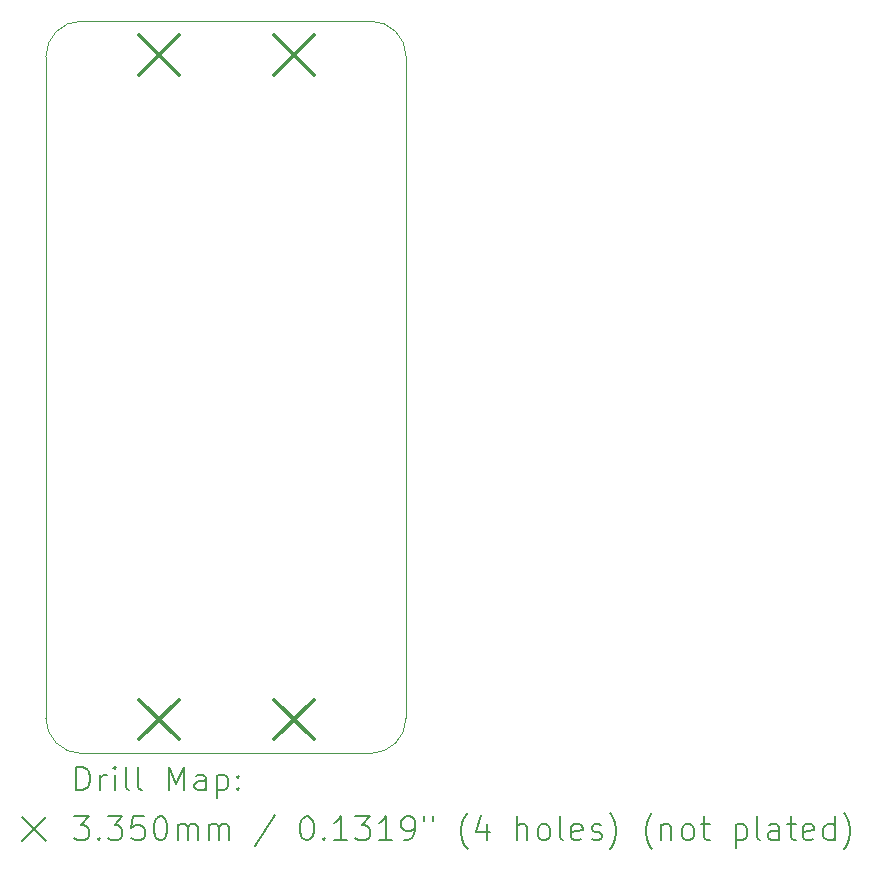
<source format=gbr>
%TF.GenerationSoftware,KiCad,Pcbnew,8.0.1-8.0.1-1~ubuntu22.04.1*%
%TF.CreationDate,2024-04-03T01:56:04-04:00*%
%TF.ProjectId,esp32_rover_devkit,65737033-325f-4726-9f76-65725f646576,rev?*%
%TF.SameCoordinates,Original*%
%TF.FileFunction,Drillmap*%
%TF.FilePolarity,Positive*%
%FSLAX45Y45*%
G04 Gerber Fmt 4.5, Leading zero omitted, Abs format (unit mm)*
G04 Created by KiCad (PCBNEW 8.0.1-8.0.1-1~ubuntu22.04.1) date 2024-04-03 01:56:04*
%MOMM*%
%LPD*%
G01*
G04 APERTURE LIST*
%ADD10C,0.050000*%
%ADD11C,0.200000*%
%ADD12C,0.335000*%
G04 APERTURE END LIST*
D10*
X4900000Y-7900000D02*
G75*
G02*
X4600000Y-8200000I-300000J0D01*
G01*
X2150000Y-8200000D02*
G75*
G02*
X1850000Y-7900000I0J300000D01*
G01*
X4900000Y-7900000D02*
X4900000Y-2300000D01*
X2150000Y-8200000D02*
X4600000Y-8200000D01*
X1850000Y-2300000D02*
X1850000Y-7900000D01*
X4600000Y-2000000D02*
G75*
G02*
X4900000Y-2300000I0J-300000D01*
G01*
X1850000Y-2300000D02*
G75*
G02*
X2150000Y-2000000I300000J0D01*
G01*
X4600000Y-2000000D02*
X2150000Y-2000000D01*
D11*
D12*
X2639300Y-2120500D02*
X2974300Y-2455500D01*
X2974300Y-2120500D02*
X2639300Y-2455500D01*
X2639300Y-7744500D02*
X2974300Y-8079500D01*
X2974300Y-7744500D02*
X2639300Y-8079500D01*
X3782500Y-2120500D02*
X4117500Y-2455500D01*
X4117500Y-2120500D02*
X3782500Y-2455500D01*
X3782500Y-7744500D02*
X4117500Y-8079500D01*
X4117500Y-7744500D02*
X3782500Y-8079500D01*
D11*
X2108277Y-8513984D02*
X2108277Y-8313984D01*
X2108277Y-8313984D02*
X2155896Y-8313984D01*
X2155896Y-8313984D02*
X2184467Y-8323508D01*
X2184467Y-8323508D02*
X2203515Y-8342555D01*
X2203515Y-8342555D02*
X2213039Y-8361603D01*
X2213039Y-8361603D02*
X2222563Y-8399698D01*
X2222563Y-8399698D02*
X2222563Y-8428270D01*
X2222563Y-8428270D02*
X2213039Y-8466365D01*
X2213039Y-8466365D02*
X2203515Y-8485412D01*
X2203515Y-8485412D02*
X2184467Y-8504460D01*
X2184467Y-8504460D02*
X2155896Y-8513984D01*
X2155896Y-8513984D02*
X2108277Y-8513984D01*
X2308277Y-8513984D02*
X2308277Y-8380650D01*
X2308277Y-8418746D02*
X2317801Y-8399698D01*
X2317801Y-8399698D02*
X2327324Y-8390174D01*
X2327324Y-8390174D02*
X2346372Y-8380650D01*
X2346372Y-8380650D02*
X2365420Y-8380650D01*
X2432086Y-8513984D02*
X2432086Y-8380650D01*
X2432086Y-8313984D02*
X2422563Y-8323508D01*
X2422563Y-8323508D02*
X2432086Y-8333031D01*
X2432086Y-8333031D02*
X2441610Y-8323508D01*
X2441610Y-8323508D02*
X2432086Y-8313984D01*
X2432086Y-8313984D02*
X2432086Y-8333031D01*
X2555896Y-8513984D02*
X2536848Y-8504460D01*
X2536848Y-8504460D02*
X2527324Y-8485412D01*
X2527324Y-8485412D02*
X2527324Y-8313984D01*
X2660658Y-8513984D02*
X2641610Y-8504460D01*
X2641610Y-8504460D02*
X2632086Y-8485412D01*
X2632086Y-8485412D02*
X2632086Y-8313984D01*
X2889229Y-8513984D02*
X2889229Y-8313984D01*
X2889229Y-8313984D02*
X2955896Y-8456841D01*
X2955896Y-8456841D02*
X3022562Y-8313984D01*
X3022562Y-8313984D02*
X3022562Y-8513984D01*
X3203515Y-8513984D02*
X3203515Y-8409222D01*
X3203515Y-8409222D02*
X3193991Y-8390174D01*
X3193991Y-8390174D02*
X3174943Y-8380650D01*
X3174943Y-8380650D02*
X3136848Y-8380650D01*
X3136848Y-8380650D02*
X3117801Y-8390174D01*
X3203515Y-8504460D02*
X3184467Y-8513984D01*
X3184467Y-8513984D02*
X3136848Y-8513984D01*
X3136848Y-8513984D02*
X3117801Y-8504460D01*
X3117801Y-8504460D02*
X3108277Y-8485412D01*
X3108277Y-8485412D02*
X3108277Y-8466365D01*
X3108277Y-8466365D02*
X3117801Y-8447317D01*
X3117801Y-8447317D02*
X3136848Y-8437793D01*
X3136848Y-8437793D02*
X3184467Y-8437793D01*
X3184467Y-8437793D02*
X3203515Y-8428270D01*
X3298753Y-8380650D02*
X3298753Y-8580650D01*
X3298753Y-8390174D02*
X3317801Y-8380650D01*
X3317801Y-8380650D02*
X3355896Y-8380650D01*
X3355896Y-8380650D02*
X3374943Y-8390174D01*
X3374943Y-8390174D02*
X3384467Y-8399698D01*
X3384467Y-8399698D02*
X3393991Y-8418746D01*
X3393991Y-8418746D02*
X3393991Y-8475889D01*
X3393991Y-8475889D02*
X3384467Y-8494936D01*
X3384467Y-8494936D02*
X3374943Y-8504460D01*
X3374943Y-8504460D02*
X3355896Y-8513984D01*
X3355896Y-8513984D02*
X3317801Y-8513984D01*
X3317801Y-8513984D02*
X3298753Y-8504460D01*
X3479705Y-8494936D02*
X3489229Y-8504460D01*
X3489229Y-8504460D02*
X3479705Y-8513984D01*
X3479705Y-8513984D02*
X3470182Y-8504460D01*
X3470182Y-8504460D02*
X3479705Y-8494936D01*
X3479705Y-8494936D02*
X3479705Y-8513984D01*
X3479705Y-8390174D02*
X3489229Y-8399698D01*
X3489229Y-8399698D02*
X3479705Y-8409222D01*
X3479705Y-8409222D02*
X3470182Y-8399698D01*
X3470182Y-8399698D02*
X3479705Y-8390174D01*
X3479705Y-8390174D02*
X3479705Y-8409222D01*
X1647500Y-8742500D02*
X1847500Y-8942500D01*
X1847500Y-8742500D02*
X1647500Y-8942500D01*
X2089229Y-8733984D02*
X2213039Y-8733984D01*
X2213039Y-8733984D02*
X2146372Y-8810174D01*
X2146372Y-8810174D02*
X2174944Y-8810174D01*
X2174944Y-8810174D02*
X2193991Y-8819698D01*
X2193991Y-8819698D02*
X2203515Y-8829222D01*
X2203515Y-8829222D02*
X2213039Y-8848270D01*
X2213039Y-8848270D02*
X2213039Y-8895889D01*
X2213039Y-8895889D02*
X2203515Y-8914936D01*
X2203515Y-8914936D02*
X2193991Y-8924460D01*
X2193991Y-8924460D02*
X2174944Y-8933984D01*
X2174944Y-8933984D02*
X2117801Y-8933984D01*
X2117801Y-8933984D02*
X2098753Y-8924460D01*
X2098753Y-8924460D02*
X2089229Y-8914936D01*
X2298753Y-8914936D02*
X2308277Y-8924460D01*
X2308277Y-8924460D02*
X2298753Y-8933984D01*
X2298753Y-8933984D02*
X2289229Y-8924460D01*
X2289229Y-8924460D02*
X2298753Y-8914936D01*
X2298753Y-8914936D02*
X2298753Y-8933984D01*
X2374944Y-8733984D02*
X2498753Y-8733984D01*
X2498753Y-8733984D02*
X2432086Y-8810174D01*
X2432086Y-8810174D02*
X2460658Y-8810174D01*
X2460658Y-8810174D02*
X2479705Y-8819698D01*
X2479705Y-8819698D02*
X2489229Y-8829222D01*
X2489229Y-8829222D02*
X2498753Y-8848270D01*
X2498753Y-8848270D02*
X2498753Y-8895889D01*
X2498753Y-8895889D02*
X2489229Y-8914936D01*
X2489229Y-8914936D02*
X2479705Y-8924460D01*
X2479705Y-8924460D02*
X2460658Y-8933984D01*
X2460658Y-8933984D02*
X2403515Y-8933984D01*
X2403515Y-8933984D02*
X2384467Y-8924460D01*
X2384467Y-8924460D02*
X2374944Y-8914936D01*
X2679705Y-8733984D02*
X2584467Y-8733984D01*
X2584467Y-8733984D02*
X2574944Y-8829222D01*
X2574944Y-8829222D02*
X2584467Y-8819698D01*
X2584467Y-8819698D02*
X2603515Y-8810174D01*
X2603515Y-8810174D02*
X2651134Y-8810174D01*
X2651134Y-8810174D02*
X2670182Y-8819698D01*
X2670182Y-8819698D02*
X2679705Y-8829222D01*
X2679705Y-8829222D02*
X2689229Y-8848270D01*
X2689229Y-8848270D02*
X2689229Y-8895889D01*
X2689229Y-8895889D02*
X2679705Y-8914936D01*
X2679705Y-8914936D02*
X2670182Y-8924460D01*
X2670182Y-8924460D02*
X2651134Y-8933984D01*
X2651134Y-8933984D02*
X2603515Y-8933984D01*
X2603515Y-8933984D02*
X2584467Y-8924460D01*
X2584467Y-8924460D02*
X2574944Y-8914936D01*
X2813039Y-8733984D02*
X2832086Y-8733984D01*
X2832086Y-8733984D02*
X2851134Y-8743508D01*
X2851134Y-8743508D02*
X2860658Y-8753031D01*
X2860658Y-8753031D02*
X2870182Y-8772079D01*
X2870182Y-8772079D02*
X2879705Y-8810174D01*
X2879705Y-8810174D02*
X2879705Y-8857793D01*
X2879705Y-8857793D02*
X2870182Y-8895889D01*
X2870182Y-8895889D02*
X2860658Y-8914936D01*
X2860658Y-8914936D02*
X2851134Y-8924460D01*
X2851134Y-8924460D02*
X2832086Y-8933984D01*
X2832086Y-8933984D02*
X2813039Y-8933984D01*
X2813039Y-8933984D02*
X2793991Y-8924460D01*
X2793991Y-8924460D02*
X2784467Y-8914936D01*
X2784467Y-8914936D02*
X2774944Y-8895889D01*
X2774944Y-8895889D02*
X2765420Y-8857793D01*
X2765420Y-8857793D02*
X2765420Y-8810174D01*
X2765420Y-8810174D02*
X2774944Y-8772079D01*
X2774944Y-8772079D02*
X2784467Y-8753031D01*
X2784467Y-8753031D02*
X2793991Y-8743508D01*
X2793991Y-8743508D02*
X2813039Y-8733984D01*
X2965420Y-8933984D02*
X2965420Y-8800650D01*
X2965420Y-8819698D02*
X2974943Y-8810174D01*
X2974943Y-8810174D02*
X2993991Y-8800650D01*
X2993991Y-8800650D02*
X3022563Y-8800650D01*
X3022563Y-8800650D02*
X3041610Y-8810174D01*
X3041610Y-8810174D02*
X3051134Y-8829222D01*
X3051134Y-8829222D02*
X3051134Y-8933984D01*
X3051134Y-8829222D02*
X3060658Y-8810174D01*
X3060658Y-8810174D02*
X3079705Y-8800650D01*
X3079705Y-8800650D02*
X3108277Y-8800650D01*
X3108277Y-8800650D02*
X3127324Y-8810174D01*
X3127324Y-8810174D02*
X3136848Y-8829222D01*
X3136848Y-8829222D02*
X3136848Y-8933984D01*
X3232086Y-8933984D02*
X3232086Y-8800650D01*
X3232086Y-8819698D02*
X3241610Y-8810174D01*
X3241610Y-8810174D02*
X3260658Y-8800650D01*
X3260658Y-8800650D02*
X3289229Y-8800650D01*
X3289229Y-8800650D02*
X3308277Y-8810174D01*
X3308277Y-8810174D02*
X3317801Y-8829222D01*
X3317801Y-8829222D02*
X3317801Y-8933984D01*
X3317801Y-8829222D02*
X3327324Y-8810174D01*
X3327324Y-8810174D02*
X3346372Y-8800650D01*
X3346372Y-8800650D02*
X3374943Y-8800650D01*
X3374943Y-8800650D02*
X3393991Y-8810174D01*
X3393991Y-8810174D02*
X3403515Y-8829222D01*
X3403515Y-8829222D02*
X3403515Y-8933984D01*
X3793991Y-8724460D02*
X3622563Y-8981603D01*
X4051134Y-8733984D02*
X4070182Y-8733984D01*
X4070182Y-8733984D02*
X4089229Y-8743508D01*
X4089229Y-8743508D02*
X4098753Y-8753031D01*
X4098753Y-8753031D02*
X4108277Y-8772079D01*
X4108277Y-8772079D02*
X4117801Y-8810174D01*
X4117801Y-8810174D02*
X4117801Y-8857793D01*
X4117801Y-8857793D02*
X4108277Y-8895889D01*
X4108277Y-8895889D02*
X4098753Y-8914936D01*
X4098753Y-8914936D02*
X4089229Y-8924460D01*
X4089229Y-8924460D02*
X4070182Y-8933984D01*
X4070182Y-8933984D02*
X4051134Y-8933984D01*
X4051134Y-8933984D02*
X4032086Y-8924460D01*
X4032086Y-8924460D02*
X4022563Y-8914936D01*
X4022563Y-8914936D02*
X4013039Y-8895889D01*
X4013039Y-8895889D02*
X4003515Y-8857793D01*
X4003515Y-8857793D02*
X4003515Y-8810174D01*
X4003515Y-8810174D02*
X4013039Y-8772079D01*
X4013039Y-8772079D02*
X4022563Y-8753031D01*
X4022563Y-8753031D02*
X4032086Y-8743508D01*
X4032086Y-8743508D02*
X4051134Y-8733984D01*
X4203515Y-8914936D02*
X4213039Y-8924460D01*
X4213039Y-8924460D02*
X4203515Y-8933984D01*
X4203515Y-8933984D02*
X4193991Y-8924460D01*
X4193991Y-8924460D02*
X4203515Y-8914936D01*
X4203515Y-8914936D02*
X4203515Y-8933984D01*
X4403515Y-8933984D02*
X4289229Y-8933984D01*
X4346372Y-8933984D02*
X4346372Y-8733984D01*
X4346372Y-8733984D02*
X4327325Y-8762555D01*
X4327325Y-8762555D02*
X4308277Y-8781603D01*
X4308277Y-8781603D02*
X4289229Y-8791127D01*
X4470182Y-8733984D02*
X4593991Y-8733984D01*
X4593991Y-8733984D02*
X4527325Y-8810174D01*
X4527325Y-8810174D02*
X4555896Y-8810174D01*
X4555896Y-8810174D02*
X4574944Y-8819698D01*
X4574944Y-8819698D02*
X4584468Y-8829222D01*
X4584468Y-8829222D02*
X4593991Y-8848270D01*
X4593991Y-8848270D02*
X4593991Y-8895889D01*
X4593991Y-8895889D02*
X4584468Y-8914936D01*
X4584468Y-8914936D02*
X4574944Y-8924460D01*
X4574944Y-8924460D02*
X4555896Y-8933984D01*
X4555896Y-8933984D02*
X4498753Y-8933984D01*
X4498753Y-8933984D02*
X4479706Y-8924460D01*
X4479706Y-8924460D02*
X4470182Y-8914936D01*
X4784468Y-8933984D02*
X4670182Y-8933984D01*
X4727325Y-8933984D02*
X4727325Y-8733984D01*
X4727325Y-8733984D02*
X4708277Y-8762555D01*
X4708277Y-8762555D02*
X4689229Y-8781603D01*
X4689229Y-8781603D02*
X4670182Y-8791127D01*
X4879706Y-8933984D02*
X4917801Y-8933984D01*
X4917801Y-8933984D02*
X4936849Y-8924460D01*
X4936849Y-8924460D02*
X4946372Y-8914936D01*
X4946372Y-8914936D02*
X4965420Y-8886365D01*
X4965420Y-8886365D02*
X4974944Y-8848270D01*
X4974944Y-8848270D02*
X4974944Y-8772079D01*
X4974944Y-8772079D02*
X4965420Y-8753031D01*
X4965420Y-8753031D02*
X4955896Y-8743508D01*
X4955896Y-8743508D02*
X4936849Y-8733984D01*
X4936849Y-8733984D02*
X4898753Y-8733984D01*
X4898753Y-8733984D02*
X4879706Y-8743508D01*
X4879706Y-8743508D02*
X4870182Y-8753031D01*
X4870182Y-8753031D02*
X4860658Y-8772079D01*
X4860658Y-8772079D02*
X4860658Y-8819698D01*
X4860658Y-8819698D02*
X4870182Y-8838746D01*
X4870182Y-8838746D02*
X4879706Y-8848270D01*
X4879706Y-8848270D02*
X4898753Y-8857793D01*
X4898753Y-8857793D02*
X4936849Y-8857793D01*
X4936849Y-8857793D02*
X4955896Y-8848270D01*
X4955896Y-8848270D02*
X4965420Y-8838746D01*
X4965420Y-8838746D02*
X4974944Y-8819698D01*
X5051134Y-8733984D02*
X5051134Y-8772079D01*
X5127325Y-8733984D02*
X5127325Y-8772079D01*
X5422563Y-9010174D02*
X5413039Y-9000650D01*
X5413039Y-9000650D02*
X5393991Y-8972079D01*
X5393991Y-8972079D02*
X5384468Y-8953031D01*
X5384468Y-8953031D02*
X5374944Y-8924460D01*
X5374944Y-8924460D02*
X5365420Y-8876841D01*
X5365420Y-8876841D02*
X5365420Y-8838746D01*
X5365420Y-8838746D02*
X5374944Y-8791127D01*
X5374944Y-8791127D02*
X5384468Y-8762555D01*
X5384468Y-8762555D02*
X5393991Y-8743508D01*
X5393991Y-8743508D02*
X5413039Y-8714936D01*
X5413039Y-8714936D02*
X5422563Y-8705412D01*
X5584468Y-8800650D02*
X5584468Y-8933984D01*
X5536849Y-8724460D02*
X5489230Y-8867317D01*
X5489230Y-8867317D02*
X5613039Y-8867317D01*
X5841610Y-8933984D02*
X5841610Y-8733984D01*
X5927325Y-8933984D02*
X5927325Y-8829222D01*
X5927325Y-8829222D02*
X5917801Y-8810174D01*
X5917801Y-8810174D02*
X5898753Y-8800650D01*
X5898753Y-8800650D02*
X5870182Y-8800650D01*
X5870182Y-8800650D02*
X5851134Y-8810174D01*
X5851134Y-8810174D02*
X5841610Y-8819698D01*
X6051134Y-8933984D02*
X6032087Y-8924460D01*
X6032087Y-8924460D02*
X6022563Y-8914936D01*
X6022563Y-8914936D02*
X6013039Y-8895889D01*
X6013039Y-8895889D02*
X6013039Y-8838746D01*
X6013039Y-8838746D02*
X6022563Y-8819698D01*
X6022563Y-8819698D02*
X6032087Y-8810174D01*
X6032087Y-8810174D02*
X6051134Y-8800650D01*
X6051134Y-8800650D02*
X6079706Y-8800650D01*
X6079706Y-8800650D02*
X6098753Y-8810174D01*
X6098753Y-8810174D02*
X6108277Y-8819698D01*
X6108277Y-8819698D02*
X6117801Y-8838746D01*
X6117801Y-8838746D02*
X6117801Y-8895889D01*
X6117801Y-8895889D02*
X6108277Y-8914936D01*
X6108277Y-8914936D02*
X6098753Y-8924460D01*
X6098753Y-8924460D02*
X6079706Y-8933984D01*
X6079706Y-8933984D02*
X6051134Y-8933984D01*
X6232087Y-8933984D02*
X6213039Y-8924460D01*
X6213039Y-8924460D02*
X6203515Y-8905412D01*
X6203515Y-8905412D02*
X6203515Y-8733984D01*
X6384468Y-8924460D02*
X6365420Y-8933984D01*
X6365420Y-8933984D02*
X6327325Y-8933984D01*
X6327325Y-8933984D02*
X6308277Y-8924460D01*
X6308277Y-8924460D02*
X6298753Y-8905412D01*
X6298753Y-8905412D02*
X6298753Y-8829222D01*
X6298753Y-8829222D02*
X6308277Y-8810174D01*
X6308277Y-8810174D02*
X6327325Y-8800650D01*
X6327325Y-8800650D02*
X6365420Y-8800650D01*
X6365420Y-8800650D02*
X6384468Y-8810174D01*
X6384468Y-8810174D02*
X6393991Y-8829222D01*
X6393991Y-8829222D02*
X6393991Y-8848270D01*
X6393991Y-8848270D02*
X6298753Y-8867317D01*
X6470182Y-8924460D02*
X6489230Y-8933984D01*
X6489230Y-8933984D02*
X6527325Y-8933984D01*
X6527325Y-8933984D02*
X6546372Y-8924460D01*
X6546372Y-8924460D02*
X6555896Y-8905412D01*
X6555896Y-8905412D02*
X6555896Y-8895889D01*
X6555896Y-8895889D02*
X6546372Y-8876841D01*
X6546372Y-8876841D02*
X6527325Y-8867317D01*
X6527325Y-8867317D02*
X6498753Y-8867317D01*
X6498753Y-8867317D02*
X6479706Y-8857793D01*
X6479706Y-8857793D02*
X6470182Y-8838746D01*
X6470182Y-8838746D02*
X6470182Y-8829222D01*
X6470182Y-8829222D02*
X6479706Y-8810174D01*
X6479706Y-8810174D02*
X6498753Y-8800650D01*
X6498753Y-8800650D02*
X6527325Y-8800650D01*
X6527325Y-8800650D02*
X6546372Y-8810174D01*
X6622563Y-9010174D02*
X6632087Y-9000650D01*
X6632087Y-9000650D02*
X6651134Y-8972079D01*
X6651134Y-8972079D02*
X6660658Y-8953031D01*
X6660658Y-8953031D02*
X6670182Y-8924460D01*
X6670182Y-8924460D02*
X6679706Y-8876841D01*
X6679706Y-8876841D02*
X6679706Y-8838746D01*
X6679706Y-8838746D02*
X6670182Y-8791127D01*
X6670182Y-8791127D02*
X6660658Y-8762555D01*
X6660658Y-8762555D02*
X6651134Y-8743508D01*
X6651134Y-8743508D02*
X6632087Y-8714936D01*
X6632087Y-8714936D02*
X6622563Y-8705412D01*
X6984468Y-9010174D02*
X6974944Y-9000650D01*
X6974944Y-9000650D02*
X6955896Y-8972079D01*
X6955896Y-8972079D02*
X6946372Y-8953031D01*
X6946372Y-8953031D02*
X6936849Y-8924460D01*
X6936849Y-8924460D02*
X6927325Y-8876841D01*
X6927325Y-8876841D02*
X6927325Y-8838746D01*
X6927325Y-8838746D02*
X6936849Y-8791127D01*
X6936849Y-8791127D02*
X6946372Y-8762555D01*
X6946372Y-8762555D02*
X6955896Y-8743508D01*
X6955896Y-8743508D02*
X6974944Y-8714936D01*
X6974944Y-8714936D02*
X6984468Y-8705412D01*
X7060658Y-8800650D02*
X7060658Y-8933984D01*
X7060658Y-8819698D02*
X7070182Y-8810174D01*
X7070182Y-8810174D02*
X7089230Y-8800650D01*
X7089230Y-8800650D02*
X7117801Y-8800650D01*
X7117801Y-8800650D02*
X7136849Y-8810174D01*
X7136849Y-8810174D02*
X7146372Y-8829222D01*
X7146372Y-8829222D02*
X7146372Y-8933984D01*
X7270182Y-8933984D02*
X7251134Y-8924460D01*
X7251134Y-8924460D02*
X7241611Y-8914936D01*
X7241611Y-8914936D02*
X7232087Y-8895889D01*
X7232087Y-8895889D02*
X7232087Y-8838746D01*
X7232087Y-8838746D02*
X7241611Y-8819698D01*
X7241611Y-8819698D02*
X7251134Y-8810174D01*
X7251134Y-8810174D02*
X7270182Y-8800650D01*
X7270182Y-8800650D02*
X7298753Y-8800650D01*
X7298753Y-8800650D02*
X7317801Y-8810174D01*
X7317801Y-8810174D02*
X7327325Y-8819698D01*
X7327325Y-8819698D02*
X7336849Y-8838746D01*
X7336849Y-8838746D02*
X7336849Y-8895889D01*
X7336849Y-8895889D02*
X7327325Y-8914936D01*
X7327325Y-8914936D02*
X7317801Y-8924460D01*
X7317801Y-8924460D02*
X7298753Y-8933984D01*
X7298753Y-8933984D02*
X7270182Y-8933984D01*
X7393992Y-8800650D02*
X7470182Y-8800650D01*
X7422563Y-8733984D02*
X7422563Y-8905412D01*
X7422563Y-8905412D02*
X7432087Y-8924460D01*
X7432087Y-8924460D02*
X7451134Y-8933984D01*
X7451134Y-8933984D02*
X7470182Y-8933984D01*
X7689230Y-8800650D02*
X7689230Y-9000650D01*
X7689230Y-8810174D02*
X7708277Y-8800650D01*
X7708277Y-8800650D02*
X7746373Y-8800650D01*
X7746373Y-8800650D02*
X7765420Y-8810174D01*
X7765420Y-8810174D02*
X7774944Y-8819698D01*
X7774944Y-8819698D02*
X7784468Y-8838746D01*
X7784468Y-8838746D02*
X7784468Y-8895889D01*
X7784468Y-8895889D02*
X7774944Y-8914936D01*
X7774944Y-8914936D02*
X7765420Y-8924460D01*
X7765420Y-8924460D02*
X7746373Y-8933984D01*
X7746373Y-8933984D02*
X7708277Y-8933984D01*
X7708277Y-8933984D02*
X7689230Y-8924460D01*
X7898753Y-8933984D02*
X7879706Y-8924460D01*
X7879706Y-8924460D02*
X7870182Y-8905412D01*
X7870182Y-8905412D02*
X7870182Y-8733984D01*
X8060658Y-8933984D02*
X8060658Y-8829222D01*
X8060658Y-8829222D02*
X8051134Y-8810174D01*
X8051134Y-8810174D02*
X8032087Y-8800650D01*
X8032087Y-8800650D02*
X7993992Y-8800650D01*
X7993992Y-8800650D02*
X7974944Y-8810174D01*
X8060658Y-8924460D02*
X8041611Y-8933984D01*
X8041611Y-8933984D02*
X7993992Y-8933984D01*
X7993992Y-8933984D02*
X7974944Y-8924460D01*
X7974944Y-8924460D02*
X7965420Y-8905412D01*
X7965420Y-8905412D02*
X7965420Y-8886365D01*
X7965420Y-8886365D02*
X7974944Y-8867317D01*
X7974944Y-8867317D02*
X7993992Y-8857793D01*
X7993992Y-8857793D02*
X8041611Y-8857793D01*
X8041611Y-8857793D02*
X8060658Y-8848270D01*
X8127325Y-8800650D02*
X8203515Y-8800650D01*
X8155896Y-8733984D02*
X8155896Y-8905412D01*
X8155896Y-8905412D02*
X8165420Y-8924460D01*
X8165420Y-8924460D02*
X8184468Y-8933984D01*
X8184468Y-8933984D02*
X8203515Y-8933984D01*
X8346373Y-8924460D02*
X8327325Y-8933984D01*
X8327325Y-8933984D02*
X8289230Y-8933984D01*
X8289230Y-8933984D02*
X8270182Y-8924460D01*
X8270182Y-8924460D02*
X8260658Y-8905412D01*
X8260658Y-8905412D02*
X8260658Y-8829222D01*
X8260658Y-8829222D02*
X8270182Y-8810174D01*
X8270182Y-8810174D02*
X8289230Y-8800650D01*
X8289230Y-8800650D02*
X8327325Y-8800650D01*
X8327325Y-8800650D02*
X8346373Y-8810174D01*
X8346373Y-8810174D02*
X8355896Y-8829222D01*
X8355896Y-8829222D02*
X8355896Y-8848270D01*
X8355896Y-8848270D02*
X8260658Y-8867317D01*
X8527325Y-8933984D02*
X8527325Y-8733984D01*
X8527325Y-8924460D02*
X8508277Y-8933984D01*
X8508277Y-8933984D02*
X8470182Y-8933984D01*
X8470182Y-8933984D02*
X8451135Y-8924460D01*
X8451135Y-8924460D02*
X8441611Y-8914936D01*
X8441611Y-8914936D02*
X8432087Y-8895889D01*
X8432087Y-8895889D02*
X8432087Y-8838746D01*
X8432087Y-8838746D02*
X8441611Y-8819698D01*
X8441611Y-8819698D02*
X8451135Y-8810174D01*
X8451135Y-8810174D02*
X8470182Y-8800650D01*
X8470182Y-8800650D02*
X8508277Y-8800650D01*
X8508277Y-8800650D02*
X8527325Y-8810174D01*
X8603516Y-9010174D02*
X8613039Y-9000650D01*
X8613039Y-9000650D02*
X8632087Y-8972079D01*
X8632087Y-8972079D02*
X8641611Y-8953031D01*
X8641611Y-8953031D02*
X8651135Y-8924460D01*
X8651135Y-8924460D02*
X8660658Y-8876841D01*
X8660658Y-8876841D02*
X8660658Y-8838746D01*
X8660658Y-8838746D02*
X8651135Y-8791127D01*
X8651135Y-8791127D02*
X8641611Y-8762555D01*
X8641611Y-8762555D02*
X8632087Y-8743508D01*
X8632087Y-8743508D02*
X8613039Y-8714936D01*
X8613039Y-8714936D02*
X8603516Y-8705412D01*
M02*

</source>
